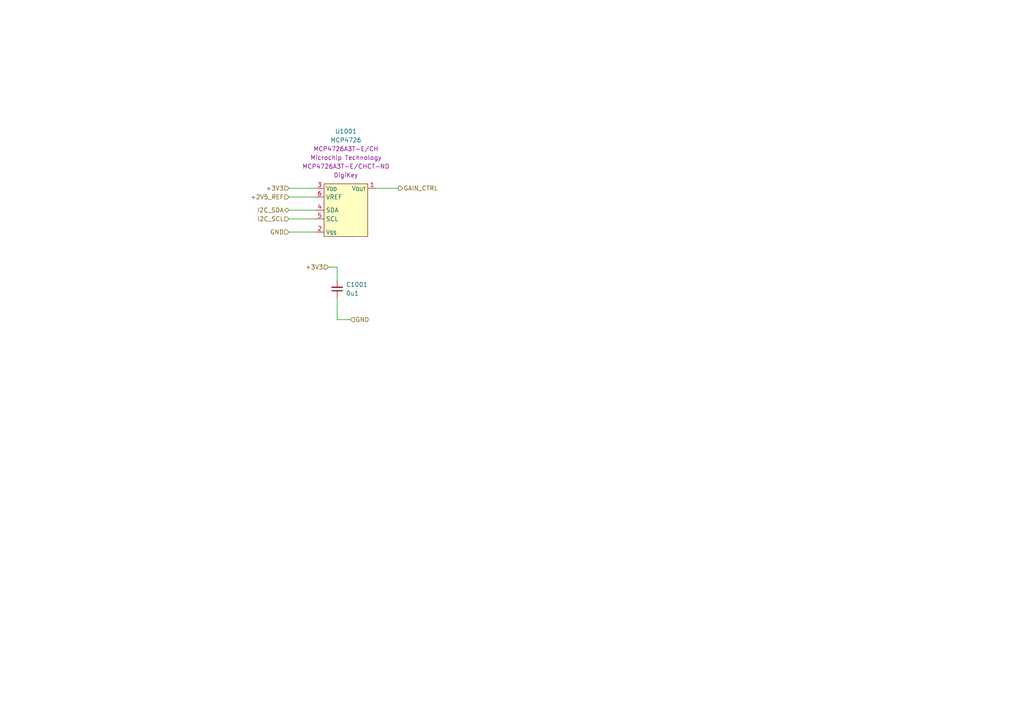
<source format=kicad_sch>
(kicad_sch (version 20230121) (generator eeschema)
  (paper "A4")
  (lib_symbols
    (symbol "Device:C_Small" (pin_numbers hide) (pin_names (offset 0.254) hide)
      (property "Reference" "C" (at 0.254 1.778 0))
      (property "Value" "C_Small" (at 0.254 -2.032 0))
      (symbol "C_Small_0_1"
        (polyline (pts (xy -1.524 -0.508) (xy 1.524 -0.508)) (stroke (width 0.3302)))
        (polyline (pts (xy -1.524 0.508) (xy 1.524 0.508)) (stroke (width 0.3048)))
      )
      (symbol "C_Small_1_1"
        (pin passive line (at 0 2.54 270) (length 2.032) (name "~") (number "1"))
        (pin passive line (at 0 -2.54 90) (length 2.032) (name "~") (number "2"))
      )
    )
    (symbol "Sonar:MCP4726"
      (property "Reference" "U" (at 0 -8.89 0))
      (property "Value" "MCP4726" (at 0 8.89 0))
      (property "MPN" "MCP4726A0T-E/CH" (at -1.27 -12.7 0))
      (property "Manufacturer" "Microchip Technology" (at -1.27 -12.7 0))
      (property "DPN" "MCP4726A0T-E/CHCT-ND" (at -1.27 -12.7 0))
      (property "Distributor" "DigiKey" (at -1.27 -12.7 0))
      (symbol "MCP4726_0_1"
        (rectangle (start -6.35 7.62) (end 6.35 -7.62) (fill (type background)))
      )
      (symbol "MCP4726_1_1"
        (pin output line (at 8.89 6.35 180) (length 2.54) (name "V_{OUT}") (number "1"))
        (pin power_in line (at -8.89 -6.35 0) (length 2.54) (name "V_{SS}") (number "2"))
        (pin power_in line (at -8.89 6.35 0) (length 2.54) (name "V_{DD}") (number "3"))
        (pin bidirectional line (at -8.89 0 0) (length 2.54) (name "SDA") (number "4"))
        (pin input line (at -8.89 -2.54 0) (length 2.54) (name "SCL") (number "5"))
        (pin input line (at -8.89 3.81 0) (length 2.54) (name "VREF") (number "6"))
      )
    )
  )
  (wire (pts (xy 83.82 54.61) (xy 91.44 54.61)))
  (wire (pts (xy 97.79 77.47) (xy 97.79 81.28)))
  (wire (pts (xy 83.82 63.5) (xy 91.44 63.5)))
  (wire (pts (xy 97.79 86.36) (xy 97.79 92.71)))
  (wire (pts (xy 83.82 67.31) (xy 91.44 67.31)))
  (wire (pts (xy 83.82 60.96) (xy 91.44 60.96)))
  (wire (pts (xy 97.79 92.71) (xy 101.6 92.71)))
  (wire (pts (xy 109.22 54.61) (xy 115.57 54.61)))
  (wire (pts (xy 83.82 57.15) (xy 91.44 57.15)))
  (wire (pts (xy 95.25 77.47) (xy 97.79 77.47)))
  (hierarchical_label "+3V3" (shape input) (at 83.82 54.61 180))
  (hierarchical_label "+2V5_REF" (shape input) (at 83.82 57.15 180))
  (hierarchical_label "GND" (shape input) (at 83.82 67.31 180))
  (hierarchical_label "+3V3" (shape input) (at 95.25 77.47 180))
  (hierarchical_label "GAIN_CTRL" (shape output) (at 115.57 54.61 0))
  (hierarchical_label "GND" (shape input) (at 101.6 92.71 0))
  (hierarchical_label "I2C_SDA" (shape bidirectional) (at 83.82 60.96 180))
  (hierarchical_label "I2C_SCL" (shape input) (at 83.82 63.5 180))
  (symbol (lib_id "Sonar:MCP4726") (at 100.33 60.96 0) (unit 1)
    (property "Reference" "U1001" (at 100.33 38.1 0))
    (property "Value" "MCP4726" (at 100.33 40.64 0))
    (property "Footprint" "Package_TO_SOT_SMD:SOT-23-6" (effects hide))
    (property "Datasheet" "https://ww1.microchip.com/downloads/en/DeviceDoc/22272C.pdf" (effects hide))
    (property "MPN" "MCP4726A3T-E/CH" (at 100.33 43.18 0))
    (property "Manufacturer" "Microchip Technology" (at 100.33 45.72 0))
    (property "DPN" "MCP4726A3T-E/CHCT-ND" (at 100.33 48.26 0))
    (property "Distributor" "DigiKey" (at 100.33 50.8 0))
  )
  (symbol (lib_id "Device:C_Small") (at 97.79 83.82 180) (unit 1)
    (property "Reference" "C1001" (at 100.33 82.5435 0) (effects (justify right)))
    (property "Value" "0u1" (at 100.33 85.0835 0) (effects (justify right)))
    (property "Footprint" "Capacitor_SMD:C_0603_1608Metric_Pad1.08x0.95mm_HandSolder" (effects hide))
    (property "MPN" "CL10B104KB8NNWC" (effects hide))
    (property "Manufacturer" "Samsung Electro-Mechanics" (effects hide))
    (property "DPN" "1276-1935-1-ND" (effects hide))
    (property "Distributor" "DigiKey" (effects hide))
  )
)
</source>
